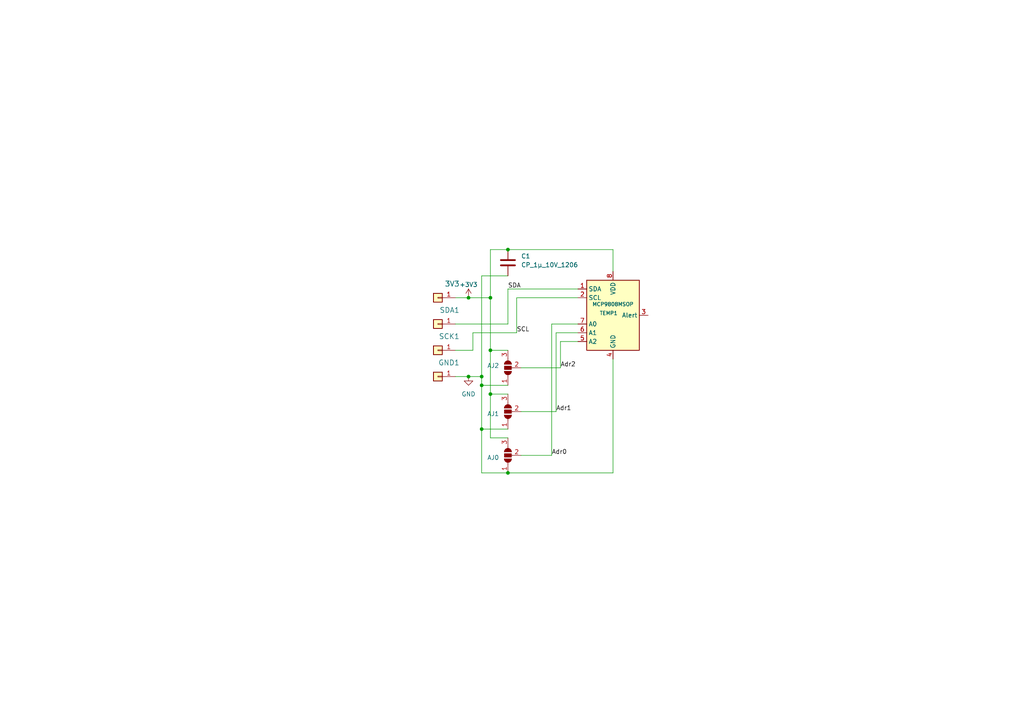
<source format=kicad_sch>
(kicad_sch (version 20220126) (generator eeschema)
  (paper "A4")
  (lib_symbols
    (symbol "Connector_Generic:Conn_01x01" (pin_names (offset 1.016) hide)
      (property "Reference" "J" (at 0 2.54 0))
      (property "Value" "Conn_01x01" (at 0 -2.54 0))
      (symbol "Conn_01x01_1_1"
        (rectangle (start -1.27 0.127) (end 0 -0.127) (stroke (width 0.1524)))
        (rectangle (start -1.27 1.27) (end 1.27 -1.27) (stroke (width 0.254)) (fill (type background)))
        (pin passive line (at -5.08 0 0) (length 3.81) (name "Pin_1") (number "1"))
      )
    )
    (symbol "Jumper:SolderJumper_3_Open" (pin_names (offset 0) hide)
      (property "Reference" "JP" (at -2.54 -2.54 0))
      (property "Value" "SolderJumper_3_Open" (at 0 2.794 0))
      (symbol "SolderJumper_3_Open_0_1"
        (arc (start -1.016 1.016) (mid -2.0276 0) (end -1.016 -1.016))
        (arc (start -1.016 1.016) (mid -2.0276 0) (end -1.016 -1.016) (fill (type outline)))
        (rectangle (start -0.508 1.016) (end 0.508 -1.016) (fill (type outline)))
        (polyline (pts (xy -2.54 0) (xy -2.032 0)))
        (polyline (pts (xy -1.016 1.016) (xy -1.016 -1.016)))
        (polyline (pts (xy 0 -1.27) (xy 0 -1.016)))
        (polyline (pts (xy 1.016 1.016) (xy 1.016 -1.016)))
        (polyline (pts (xy 2.54 0) (xy 2.032 0)))
        (arc (start 1.016 -1.016) (mid 2.0276 0) (end 1.016 1.016))
        (arc (start 1.016 -1.016) (mid 2.0276 0) (end 1.016 1.016) (fill (type outline)))
      )
      (symbol "SolderJumper_3_Open_1_1"
        (pin passive line (at -5.08 0 0) (length 2.54) (name "A") (number "1"))
        (pin passive line (at 0 -3.81 90) (length 2.54) (name "C") (number "2"))
        (pin passive line (at 5.08 0 180) (length 2.54) (name "B") (number "3"))
      )
    )
    (symbol "localparts:CP_1µ_10V_1206" (pin_numbers hide) (pin_names (offset 0.254))
      (property "Reference" "C22" (at 0 6.3692 90))
      (property "Value" "CP_1µ_10V_1206" (at 0 4.07 90))
      (property "LCSC" "C15849" (at 0 0 0))
      (symbol "CP_1µ_10V_1206_0_1"
        (polyline (pts (xy -2.032 -0.762) (xy 2.032 -0.762)) (stroke (width 0.508)))
        (polyline (pts (xy -2.032 0.762) (xy 2.032 0.762)) (stroke (width 0.508)))
      )
      (symbol "CP_1µ_10V_1206_1_1"
        (pin passive line (at 0 3.81 270) (length 2.794) (name "~") (number "1"))
        (pin passive line (at 0 -3.81 90) (length 2.794) (name "~") (number "2"))
      )
    )
    (symbol "localstuff:+3.3V" (power) (pin_names (offset 0))
      (property "Value" "+3.3V" (at 0 3.556 0))
      (symbol "+3.3V_0_1"
        (polyline (pts (xy -0.762 1.27) (xy 0 2.54)))
        (polyline (pts (xy 0 0) (xy 0 2.54)))
        (polyline (pts (xy 0 2.54) (xy 0.762 1.27)))
      )
      (symbol "+3.3V_1_1"
        (pin power_in line (at 0 0 90) (length 0) hide (name "+3V3") (number "1"))
      )
    )
    (symbol "localstuff:GND" (power) (pin_names (offset 0))
      (property "Value" "GND" (at 0 -3.81 0))
      (symbol "GND_0_1"
        (polyline (pts (xy 0 0) (xy 0 -1.27) (xy 1.27 -1.27) (xy 0 -2.54) (xy -1.27 -1.27) (xy 0 -1.27)))
      )
      (symbol "GND_1_1"
        (pin power_in line (at 0 0 270) (length 0) hide (name "GND") (number "1"))
      )
    )
    (symbol "localstuff:MCP9808_MSOP"
      (property "Reference" "U" (at -6.35 11.43 0))
      (property "Value" "MCP9808_MSOP" (at 10.16 11.43 0))
      (symbol "MCP9808_MSOP_0_1"
        (rectangle (start -7.62 10.16) (end 7.62 -10.16) (stroke (width 0.254)) (fill (type background)))
      )
      (symbol "MCP9808_MSOP_1_1"
        (pin bidirectional line (at -10.16 7.62 0) (length 2.54) (name "SDA") (number "1"))
        (pin input line (at -10.16 5.08 0) (length 2.54) (name "SCL") (number "2"))
        (pin output line (at 10.16 0 180) (length 2.54) (name "Alert") (number "3"))
        (pin power_in line (at 0 -12.7 90) (length 2.54) (name "GND") (number "4"))
        (pin input line (at -10.16 -7.62 0) (length 2.54) (name "A2") (number "5"))
        (pin input line (at -10.16 -5.08 0) (length 2.54) (name "A1") (number "6"))
        (pin input line (at -10.16 -2.54 0) (length 2.54) (name "A0") (number "7"))
        (pin power_in line (at 0 12.7 270) (length 2.54) (name "VDD") (number "8"))
      )
    )
  )
  (junction (at 142.24 101.6))
  (junction (at 142.24 86.36))
  (junction (at 147.32 137.16))
  (junction (at 139.7 109.22))
  (junction (at 147.32 72.39))
  (junction (at 139.7 124.46))
  (junction (at 142.24 114.3))
  (junction (at 135.89 109.22))
  (junction (at 135.89 86.36))
  (junction (at 139.7 111.76))
  (wire (pts (xy 142.24 72.39) (xy 142.24 86.36)))
  (wire (pts (xy 135.89 109.22) (xy 139.7 109.22)))
  (wire (pts (xy 147.32 83.82) (xy 147.32 93.98)))
  (wire (pts (xy 151.13 106.68) (xy 162.56 106.68)))
  (wire (pts (xy 162.56 99.06) (xy 167.64 99.06)))
  (wire (pts (xy 135.89 86.36) (xy 142.24 86.36)))
  (wire (pts (xy 132.08 86.36) (xy 135.89 86.36)))
  (wire (pts (xy 177.8 72.39) (xy 177.8 78.74)))
  (wire (pts (xy 139.7 124.46) (xy 139.7 137.16)))
  (wire (pts (xy 147.32 72.39) (xy 177.8 72.39)))
  (wire (pts (xy 142.24 101.6) (xy 147.32 101.6)))
  (wire (pts (xy 139.7 124.46) (xy 147.32 124.46)))
  (wire (pts (xy 139.7 80.01) (xy 147.32 80.01)))
  (wire (pts (xy 139.7 111.76) (xy 147.32 111.76)))
  (wire (pts (xy 161.29 119.38) (xy 161.29 96.52)))
  (wire (pts (xy 142.24 114.3) (xy 147.32 114.3)))
  (wire (pts (xy 177.8 104.14) (xy 177.8 137.16)))
  (wire (pts (xy 137.16 96.52) (xy 137.16 101.6)))
  (wire (pts (xy 139.7 109.22) (xy 139.7 111.76)))
  (wire (pts (xy 149.86 86.36) (xy 149.86 96.52)))
  (wire (pts (xy 132.08 109.22) (xy 135.89 109.22)))
  (wire (pts (xy 151.13 119.38) (xy 161.29 119.38)))
  (wire (pts (xy 142.24 127) (xy 147.32 127)))
  (wire (pts (xy 142.24 114.3) (xy 142.24 127)))
  (wire (pts (xy 160.02 132.08) (xy 160.02 93.98)))
  (wire (pts (xy 149.86 96.52) (xy 137.16 96.52)))
  (wire (pts (xy 147.32 83.82) (xy 167.64 83.82)))
  (wire (pts (xy 151.13 132.08) (xy 160.02 132.08)))
  (wire (pts (xy 161.29 96.52) (xy 167.64 96.52)))
  (wire (pts (xy 137.16 101.6) (xy 132.08 101.6)))
  (wire (pts (xy 139.7 137.16) (xy 147.32 137.16)))
  (wire (pts (xy 132.08 93.98) (xy 147.32 93.98)))
  (wire (pts (xy 147.32 72.39) (xy 142.24 72.39)))
  (wire (pts (xy 160.02 93.98) (xy 167.64 93.98)))
  (wire (pts (xy 162.56 106.68) (xy 162.56 99.06)))
  (wire (pts (xy 142.24 86.36) (xy 142.24 101.6)))
  (wire (pts (xy 142.24 101.6) (xy 142.24 114.3)))
  (wire (pts (xy 139.7 80.01) (xy 139.7 109.22)))
  (wire (pts (xy 149.86 86.36) (xy 167.64 86.36)))
  (wire (pts (xy 177.8 137.16) (xy 147.32 137.16)))
  (wire (pts (xy 139.7 111.76) (xy 139.7 124.46)))
  (label "Adr0" (at 160.02 132.08 0))
  (label "Adr1" (at 161.29 119.38 0))
  (label "SDA" (at 147.32 83.82 0))
  (label "Adr2" (at 162.56 106.68 0))
  (label "SCL" (at 149.86 96.52 0))
  (symbol (lib_id "localparts:CP_1µ_10V_1206") (at 147.32 76.2 0) (unit 1)
    (property "Reference" "C1" (at 151.13 74.295 0) (effects (justify left)))
    (property "Value" "CP_1µ_10V_1206" (at 151.13 76.835 0) (effects (justify left)))
    (property "Footprint" "Resistor_SMD:R_1206_3216Metric_Pad1.30x1.75mm_HandSolder" (effects hide))
  )
  (symbol (lib_id "Jumper:SolderJumper_3_Open") (at 147.32 106.68 90) (unit 1)
    (property "Reference" "AJ2" (at 144.78 106.045 90) (effects (justify left)))
    (property "Value" "SolderJumper_3_Open" (effects hide))
  )
  (symbol (lib_id "Connector_Generic:Conn_01x01") (at 127 109.22 0) (mirror y) (unit 1)
    (property "Reference" "GND1" (at 133.35 106.045 0) (effects (font (size 1.4986 1.4986)) (justify left bottom)))
    (property "Value" "PINHD-1X1CB" (effects hide))
    (property "Footprint" "i2ctemp:1X01-CLEANBIG" (effects hide))
  )
  (symbol (lib_id "Connector_Generic:Conn_01x01") (at 127 86.36 0) (mirror y) (unit 1)
    (property "Reference" "3V3" (at 133.35 83.185 0) (effects (font (size 1.4986 1.4986)) (justify left bottom)))
    (property "Value" "PINHD-1X1CB" (effects hide))
    (property "Footprint" "i2ctemp:1X01-CLEANBIG" (effects hide))
  )
  (symbol (lib_id "Connector_Generic:Conn_01x01") (at 127 101.6 0) (mirror y) (unit 1)
    (property "Reference" "SCK1" (at 133.35 98.425 0) (effects (font (size 1.4986 1.4986)) (justify left bottom)))
    (property "Value" "PINHD-1X1CB" (effects hide))
    (property "Footprint" "i2ctemp:1X01-CLEANBIG" (effects hide))
  )
  (symbol (lib_id "Jumper:SolderJumper_3_Open") (at 147.32 119.38 90) (unit 1)
    (property "Reference" "AJ1" (at 144.78 120.015 90) (effects (justify left)))
    (property "Value" "SolderJumper_3_Open" (effects hide))
  )
  (symbol (lib_id "Connector_Generic:Conn_01x01") (at 127 93.98 0) (mirror y) (unit 1)
    (property "Reference" "SDA1" (at 133.35 90.805 0) (effects (font (size 1.4986 1.4986)) (justify left bottom)))
    (property "Value" "PINHD-1X1CB" (effects hide))
    (property "Footprint" "i2ctemp:1X01-CLEANBIG" (effects hide))
  )
  (symbol (lib_id "localstuff:+3.3V") (at 135.89 86.36 0) (unit 1)
    (property "Reference" "#PWR?" (effects hide))
    (property "Value" "+3.3V" (at 135.89 82.55 0))
  )
  (symbol (lib_id "localstuff:GND") (at 135.89 109.22 0) (unit 1)
    (property "Reference" "#PWR?" (effects hide))
    (property "Value" "GND" (at 135.89 114.3 0))
  )
  (symbol (lib_id "localstuff:MCP9808_MSOP") (at 177.8 91.44 0) (unit 1)
    (property "Reference" "TEMP1" (at 176.53 91.44 0) (effects (font (size 1.0668 1.0668)) (justify bottom)))
    (property "Value" "MCP9808MSOP" (at 177.8 87.63 0) (effects (font (size 1.0668 1.0668)) (justify top)))
    (property "Footprint" "Package_SO:MSOP-8_3x3mm_P0.65mm" (effects hide))
    (property "Datasheet" "http://ww1.microchip.com/downloads/en/DeviceDoc/22203b.pdf" (effects hide))
  )
  (symbol (lib_id "Jumper:SolderJumper_3_Open") (at 147.32 132.08 90) (unit 1)
    (property "Reference" "AJ0" (at 144.78 132.715 90) (effects (justify left)))
    (property "Value" "SolderJumper_3_Open" (effects hide))
  )
)
</source>
